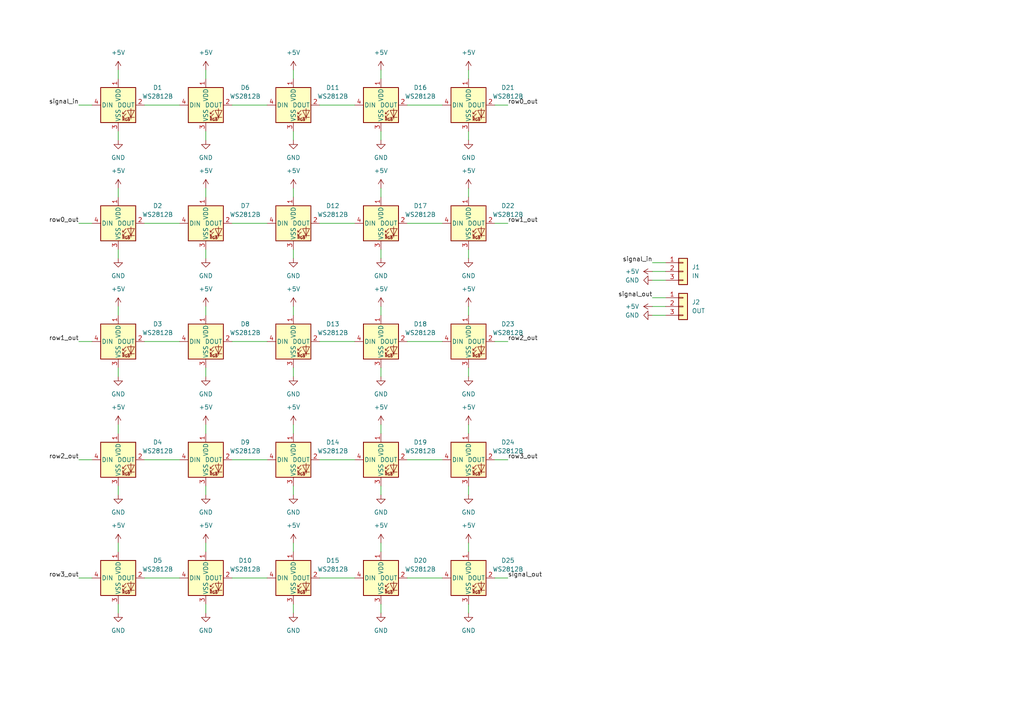
<source format=kicad_sch>
(kicad_sch (version 20211123) (generator eeschema)
  (paper "A4")
  (title_block (title "LED Matrix 5cmx5cm") (date "2022-04-08") (rev "A") (comment 1 "Author: Natesh Narain"))
  (lib_symbols
    (symbol "Connector_Generic:Conn_01x03" (pin_names (offset 1.016) hide)
      (property "Reference" "J" (at 0 5.08 0))
      (property "Value" "Conn_01x03" (at 0 -5.08 0))
      (symbol "Conn_01x03_1_1"
        (rectangle (start -1.27 -2.413) (end 0 -2.667) (stroke (width 0.1524)))
        (rectangle (start -1.27 0.127) (end 0 -0.127) (stroke (width 0.1524)))
        (rectangle (start -1.27 2.667) (end 0 2.413) (stroke (width 0.1524)))
        (rectangle (start -1.27 3.81) (end 1.27 -3.81) (stroke (width 0.254)) (fill (type background)))
        (pin passive line (at -5.08 2.54 0) (length 3.81) (name "Pin_1") (number "1"))
        (pin passive line (at -5.08 0 0) (length 3.81) (name "Pin_2") (number "2"))
        (pin passive line (at -5.08 -2.54 0) (length 3.81) (name "Pin_3") (number "3"))
      )
    )
    (symbol "LED:WS2812B" (pin_names (offset 0.254))
      (property "Reference" "D" (at 5.08 5.715 0))
      (property "Value" "WS2812B" (at 1.27 -5.715 0))
      (symbol "WS2812B_0_0"
        (text "RGB" (at 2.286 -4.191 0) (effects (font (size 0.762 0.762))))
      )
      (symbol "WS2812B_0_1"
        (polyline (pts (xy 1.27 -3.556) (xy 1.778 -3.556)))
        (polyline (pts (xy 1.27 -2.54) (xy 1.778 -2.54)))
        (polyline (pts (xy 4.699 -3.556) (xy 2.667 -3.556)))
        (polyline (pts (xy 2.286 -2.54) (xy 1.27 -3.556) (xy 1.27 -3.048)))
        (polyline (pts (xy 2.286 -1.524) (xy 1.27 -2.54) (xy 1.27 -2.032)))
        (polyline (pts (xy 3.683 -1.016) (xy 3.683 -3.556) (xy 3.683 -4.064)))
        (polyline (pts (xy 4.699 -1.524) (xy 2.667 -1.524) (xy 3.683 -3.556) (xy 4.699 -1.524)))
        (rectangle (start 5.08 5.08) (end -5.08 -5.08) (stroke (width 0.254)) (fill (type background)))
      )
      (symbol "WS2812B_1_1"
        (pin power_in line (at 0 7.62 270) (length 2.54) (name "VDD") (number "1"))
        (pin output line (at 7.62 0 180) (length 2.54) (name "DOUT") (number "2"))
        (pin power_in line (at 0 -7.62 90) (length 2.54) (name "VSS") (number "3"))
        (pin input line (at -7.62 0 0) (length 2.54) (name "DIN") (number "4"))
      )
    )
    (symbol "power:+5V" (power) (pin_names (offset 0))
      (property "Value" "+5V" (at 0 3.556 0))
      (symbol "+5V_0_1"
        (polyline (pts (xy -0.762 1.27) (xy 0 2.54)))
        (polyline (pts (xy 0 0) (xy 0 2.54)))
        (polyline (pts (xy 0 2.54) (xy 0.762 1.27)))
      )
      (symbol "+5V_1_1"
        (pin power_in line (at 0 0 90) (length 0) hide (name "+5V") (number "1"))
      )
    )
    (symbol "power:GND" (power) (pin_names (offset 0))
      (property "Value" "GND" (at 0 -3.81 0))
      (symbol "GND_0_1"
        (polyline (pts (xy 0 0) (xy 0 -1.27) (xy 1.27 -1.27) (xy 0 -2.54) (xy -1.27 -1.27) (xy 0 -1.27)))
      )
      (symbol "GND_1_1"
        (pin power_in line (at 0 0 270) (length 0) hide (name "GND") (number "1"))
      )
    )
  )
  (wire (pts (xy 135.89 88.9) (xy 135.89 91.44)))
  (wire (pts (xy 34.29 140.97) (xy 34.29 143.51)))
  (wire (pts (xy 135.89 175.26) (xy 135.89 177.8)))
  (wire (pts (xy 41.91 30.48) (xy 52.07 30.48)))
  (wire (pts (xy 92.71 133.35) (xy 102.87 133.35)))
  (wire (pts (xy 67.31 99.06) (xy 77.47 99.06)))
  (wire (pts (xy 110.49 140.97) (xy 110.49 143.51)))
  (wire (pts (xy 22.86 167.64) (xy 26.67 167.64)))
  (wire (pts (xy 85.09 54.61) (xy 85.09 57.15)))
  (wire (pts (xy 110.49 175.26) (xy 110.49 177.8)))
  (wire (pts (xy 59.69 72.39) (xy 59.69 74.93)))
  (wire (pts (xy 189.23 76.2) (xy 193.04 76.2)))
  (wire (pts (xy 110.49 106.68) (xy 110.49 109.22)))
  (wire (pts (xy 34.29 88.9) (xy 34.29 91.44)))
  (wire (pts (xy 143.51 167.64) (xy 147.32 167.64)))
  (wire (pts (xy 118.11 64.77) (xy 128.27 64.77)))
  (wire (pts (xy 67.31 133.35) (xy 77.47 133.35)))
  (wire (pts (xy 118.11 30.48) (xy 128.27 30.48)))
  (wire (pts (xy 189.23 86.36) (xy 193.04 86.36)))
  (wire (pts (xy 22.86 64.77) (xy 26.67 64.77)))
  (wire (pts (xy 59.69 38.1) (xy 59.69 40.64)))
  (wire (pts (xy 41.91 167.64) (xy 52.07 167.64)))
  (wire (pts (xy 34.29 72.39) (xy 34.29 74.93)))
  (wire (pts (xy 135.89 20.32) (xy 135.89 22.86)))
  (wire (pts (xy 189.23 78.74) (xy 193.04 78.74)))
  (wire (pts (xy 189.23 88.9) (xy 193.04 88.9)))
  (wire (pts (xy 135.89 72.39) (xy 135.89 74.93)))
  (wire (pts (xy 110.49 54.61) (xy 110.49 57.15)))
  (wire (pts (xy 143.51 133.35) (xy 147.32 133.35)))
  (wire (pts (xy 85.09 123.19) (xy 85.09 125.73)))
  (wire (pts (xy 67.31 64.77) (xy 77.47 64.77)))
  (wire (pts (xy 85.09 72.39) (xy 85.09 74.93)))
  (wire (pts (xy 135.89 140.97) (xy 135.89 143.51)))
  (wire (pts (xy 110.49 123.19) (xy 110.49 125.73)))
  (wire (pts (xy 85.09 106.68) (xy 85.09 109.22)))
  (wire (pts (xy 85.09 157.48) (xy 85.09 160.02)))
  (wire (pts (xy 34.29 38.1) (xy 34.29 40.64)))
  (wire (pts (xy 189.23 91.44) (xy 193.04 91.44)))
  (wire (pts (xy 110.49 20.32) (xy 110.49 22.86)))
  (wire (pts (xy 135.89 106.68) (xy 135.89 109.22)))
  (wire (pts (xy 85.09 175.26) (xy 85.09 177.8)))
  (wire (pts (xy 110.49 88.9) (xy 110.49 91.44)))
  (wire (pts (xy 41.91 133.35) (xy 52.07 133.35)))
  (wire (pts (xy 118.11 167.64) (xy 128.27 167.64)))
  (wire (pts (xy 22.86 30.48) (xy 26.67 30.48)))
  (wire (pts (xy 59.69 88.9) (xy 59.69 91.44)))
  (wire (pts (xy 59.69 123.19) (xy 59.69 125.73)))
  (wire (pts (xy 110.49 157.48) (xy 110.49 160.02)))
  (wire (pts (xy 67.31 167.64) (xy 77.47 167.64)))
  (wire (pts (xy 67.31 30.48) (xy 77.47 30.48)))
  (wire (pts (xy 143.51 64.77) (xy 147.32 64.77)))
  (wire (pts (xy 41.91 64.77) (xy 52.07 64.77)))
  (wire (pts (xy 59.69 140.97) (xy 59.69 143.51)))
  (wire (pts (xy 34.29 106.68) (xy 34.29 109.22)))
  (wire (pts (xy 85.09 88.9) (xy 85.09 91.44)))
  (wire (pts (xy 135.89 38.1) (xy 135.89 40.64)))
  (wire (pts (xy 135.89 123.19) (xy 135.89 125.73)))
  (wire (pts (xy 85.09 140.97) (xy 85.09 143.51)))
  (wire (pts (xy 143.51 99.06) (xy 147.32 99.06)))
  (wire (pts (xy 143.51 30.48) (xy 147.32 30.48)))
  (wire (pts (xy 59.69 175.26) (xy 59.69 177.8)))
  (wire (pts (xy 92.71 167.64) (xy 102.87 167.64)))
  (wire (pts (xy 118.11 133.35) (xy 128.27 133.35)))
  (wire (pts (xy 110.49 38.1) (xy 110.49 40.64)))
  (wire (pts (xy 92.71 30.48) (xy 102.87 30.48)))
  (wire (pts (xy 118.11 99.06) (xy 128.27 99.06)))
  (wire (pts (xy 22.86 133.35) (xy 26.67 133.35)))
  (wire (pts (xy 59.69 20.32) (xy 59.69 22.86)))
  (wire (pts (xy 92.71 64.77) (xy 102.87 64.77)))
  (wire (pts (xy 34.29 54.61) (xy 34.29 57.15)))
  (wire (pts (xy 85.09 38.1) (xy 85.09 40.64)))
  (wire (pts (xy 110.49 72.39) (xy 110.49 74.93)))
  (wire (pts (xy 59.69 157.48) (xy 59.69 160.02)))
  (wire (pts (xy 34.29 157.48) (xy 34.29 160.02)))
  (wire (pts (xy 41.91 99.06) (xy 52.07 99.06)))
  (wire (pts (xy 189.23 81.28) (xy 193.04 81.28)))
  (wire (pts (xy 135.89 157.48) (xy 135.89 160.02)))
  (wire (pts (xy 92.71 99.06) (xy 102.87 99.06)))
  (wire (pts (xy 22.86 99.06) (xy 26.67 99.06)))
  (wire (pts (xy 34.29 123.19) (xy 34.29 125.73)))
  (wire (pts (xy 85.09 20.32) (xy 85.09 22.86)))
  (wire (pts (xy 34.29 175.26) (xy 34.29 177.8)))
  (wire (pts (xy 59.69 106.68) (xy 59.69 109.22)))
  (wire (pts (xy 135.89 54.61) (xy 135.89 57.15)))
  (wire (pts (xy 34.29 20.32) (xy 34.29 22.86)))
  (wire (pts (xy 59.69 54.61) (xy 59.69 57.15)))
  (label "row0_out" (at 147.32 30.48 0))
  (label "signal_out" (at 147.32 167.64 0))
  (label "row0_out" (at 22.86 64.77 180))
  (label "row2_out" (at 147.32 99.06 0))
  (label "signal_in" (at 189.23 76.2 180))
  (label "row1_out" (at 22.86 99.06 180))
  (label "signal_in" (at 22.86 30.48 180))
  (label "row3_out" (at 22.86 167.64 180))
  (label "row3_out" (at 147.32 133.35 0))
  (label "signal_out" (at 189.23 86.36 180))
  (label "row2_out" (at 22.86 133.35 180))
  (label "row1_out" (at 147.32 64.77 0))
  (symbol (lib_id "power:GND") (at 59.69 177.8 0) (unit 1)
    (property "Reference" "#PWR0146" (effects hide))
    (property "Value" "GND" (at 59.69 182.88 0))
  )
  (symbol (lib_id "LED:WS2812B") (at 34.29 133.35 0) (unit 1)
    (property "Reference" "D4" (at 45.72 128.27 0))
    (property "Value" "WS2812B" (at 45.72 130.81 0))
    (property "Footprint" "LED_SMD:LED_WS2812B_PLCC4_5.0x5.0mm_P3.2mm" (effects hide))
    (property "Datasheet" "https://cdn-shop.adafruit.com/datasheets/WS2812B.pdf" (effects hide))
    (property "LCSC" "C2761795" (effects hide))
  )
  (symbol (lib_id "power:+5V") (at 110.49 157.48 0) (unit 1)
    (property "Reference" "#PWR0138" (effects hide))
    (property "Value" "+5V" (at 110.49 152.4 0))
  )
  (symbol (lib_id "LED:WS2812B") (at 85.09 64.77 0) (unit 1)
    (property "Reference" "D12" (at 96.52 59.69 0))
    (property "Value" "WS2812B" (at 96.52 62.23 0))
    (property "Footprint" "LED_SMD:LED_WS2812B_PLCC4_5.0x5.0mm_P3.2mm" (effects hide))
    (property "Datasheet" "https://cdn-shop.adafruit.com/datasheets/WS2812B.pdf" (effects hide))
    (property "LCSC" "C2761795" (effects hide))
  )
  (symbol (lib_id "power:+5V") (at 34.29 54.61 0) (unit 1)
    (property "Reference" "#PWR0114" (effects hide))
    (property "Value" "+5V" (at 34.29 49.53 0))
  )
  (symbol (lib_id "LED:WS2812B") (at 59.69 30.48 0) (unit 1)
    (property "Reference" "D6" (at 71.12 25.4 0))
    (property "Value" "WS2812B" (at 71.12 27.94 0))
    (property "Footprint" "LED_SMD:LED_WS2812B_PLCC4_5.0x5.0mm_P3.2mm" (effects hide))
    (property "Datasheet" "https://cdn-shop.adafruit.com/datasheets/WS2812B.pdf" (effects hide))
    (property "LCSC" "C2761795" (effects hide))
  )
  (symbol (lib_id "power:GND") (at 189.23 81.28 270) (unit 1)
    (property "Reference" "#PWR02" (effects hide))
    (property "Value" "GND" (at 185.42 81.2799 90) (effects (justify right)))
  )
  (symbol (lib_id "power:+5V") (at 189.23 78.74 90) (unit 1)
    (property "Reference" "#PWR01" (effects hide))
    (property "Value" "+5V" (at 185.42 78.7399 90) (effects (justify left)))
  )
  (symbol (lib_id "power:+5V") (at 135.89 123.19 0) (unit 1)
    (property "Reference" "#PWR0134" (effects hide))
    (property "Value" "+5V" (at 135.89 118.11 0))
  )
  (symbol (lib_id "power:GND") (at 110.49 109.22 0) (unit 1)
    (property "Reference" "#PWR0130" (effects hide))
    (property "Value" "GND" (at 110.49 114.3 0))
  )
  (symbol (lib_id "LED:WS2812B") (at 110.49 133.35 0) (unit 1)
    (property "Reference" "D19" (at 121.92 128.27 0))
    (property "Value" "WS2812B" (at 121.92 130.81 0))
    (property "Footprint" "LED_SMD:LED_WS2812B_PLCC4_5.0x5.0mm_P3.2mm" (effects hide))
    (property "Datasheet" "https://cdn-shop.adafruit.com/datasheets/WS2812B.pdf" (effects hide))
    (property "LCSC" "C2761795" (effects hide))
  )
  (symbol (lib_id "power:GND") (at 135.89 74.93 0) (unit 1)
    (property "Reference" "#PWR0106" (effects hide))
    (property "Value" "GND" (at 135.89 80.01 0))
  )
  (symbol (lib_id "power:+5V") (at 110.49 123.19 0) (unit 1)
    (property "Reference" "#PWR0131" (effects hide))
    (property "Value" "+5V" (at 110.49 118.11 0))
  )
  (symbol (lib_id "power:+5V") (at 110.49 54.61 0) (unit 1)
    (property "Reference" "#PWR0126" (effects hide))
    (property "Value" "+5V" (at 110.49 49.53 0))
  )
  (symbol (lib_id "LED:WS2812B") (at 85.09 167.64 0) (unit 1)
    (property "Reference" "D15" (at 96.52 162.56 0))
    (property "Value" "WS2812B" (at 96.52 165.1 0))
    (property "Footprint" "LED_SMD:LED_WS2812B_PLCC4_5.0x5.0mm_P3.2mm" (effects hide))
    (property "Datasheet" "https://cdn-shop.adafruit.com/datasheets/WS2812B.pdf" (effects hide))
    (property "LCSC" "C2761795" (effects hide))
  )
  (symbol (lib_id "power:+5V") (at 110.49 20.32 0) (unit 1)
    (property "Reference" "#PWR0124" (effects hide))
    (property "Value" "+5V" (at 110.49 15.24 0))
  )
  (symbol (lib_id "power:GND") (at 34.29 40.64 0) (unit 1)
    (property "Reference" "#PWR0115" (effects hide))
    (property "Value" "GND" (at 34.29 45.72 0))
  )
  (symbol (lib_id "power:GND") (at 110.49 143.51 0) (unit 1)
    (property "Reference" "#PWR0136" (effects hide))
    (property "Value" "GND" (at 110.49 148.59 0))
  )
  (symbol (lib_id "power:GND") (at 85.09 109.22 0) (unit 1)
    (property "Reference" "#PWR0144" (effects hide))
    (property "Value" "GND" (at 85.09 114.3 0))
  )
  (symbol (lib_id "power:GND") (at 85.09 40.64 0) (unit 1)
    (property "Reference" "#PWR0127" (effects hide))
    (property "Value" "GND" (at 85.09 45.72 0))
  )
  (symbol (lib_id "LED:WS2812B") (at 59.69 167.64 0) (unit 1)
    (property "Reference" "D10" (at 71.12 162.56 0))
    (property "Value" "WS2812B" (at 71.12 165.1 0))
    (property "Footprint" "LED_SMD:LED_WS2812B_PLCC4_5.0x5.0mm_P3.2mm" (effects hide))
    (property "Datasheet" "https://cdn-shop.adafruit.com/datasheets/WS2812B.pdf" (effects hide))
    (property "LCSC" "C2761795" (effects hide))
  )
  (symbol (lib_id "power:GND") (at 85.09 177.8 0) (unit 1)
    (property "Reference" "#PWR0139" (effects hide))
    (property "Value" "GND" (at 85.09 182.88 0))
  )
  (symbol (lib_id "power:GND") (at 135.89 177.8 0) (unit 1)
    (property "Reference" "#PWR0133" (effects hide))
    (property "Value" "GND" (at 135.89 182.88 0))
  )
  (symbol (lib_id "power:+5V") (at 59.69 20.32 0) (unit 1)
    (property "Reference" "#PWR0129" (effects hide))
    (property "Value" "+5V" (at 59.69 15.24 0))
  )
  (symbol (lib_id "LED:WS2812B") (at 110.49 64.77 0) (unit 1)
    (property "Reference" "D17" (at 121.92 59.69 0))
    (property "Value" "WS2812B" (at 121.92 62.23 0))
    (property "Footprint" "LED_SMD:LED_WS2812B_PLCC4_5.0x5.0mm_P3.2mm" (effects hide))
    (property "Datasheet" "https://cdn-shop.adafruit.com/datasheets/WS2812B.pdf" (effects hide))
    (property "LCSC" "C2761795" (effects hide))
  )
  (symbol (lib_id "LED:WS2812B") (at 85.09 133.35 0) (unit 1)
    (property "Reference" "D14" (at 96.52 128.27 0))
    (property "Value" "WS2812B" (at 96.52 130.81 0))
    (property "Footprint" "LED_SMD:LED_WS2812B_PLCC4_5.0x5.0mm_P3.2mm" (effects hide))
    (property "Datasheet" "https://cdn-shop.adafruit.com/datasheets/WS2812B.pdf" (effects hide))
    (property "LCSC" "C2761795" (effects hide))
  )
  (symbol (lib_id "LED:WS2812B") (at 85.09 99.06 0) (unit 1)
    (property "Reference" "D13" (at 96.52 93.98 0))
    (property "Value" "WS2812B" (at 96.52 96.52 0))
    (property "Footprint" "LED_SMD:LED_WS2812B_PLCC4_5.0x5.0mm_P3.2mm" (effects hide))
    (property "Datasheet" "https://cdn-shop.adafruit.com/datasheets/WS2812B.pdf" (effects hide))
    (property "LCSC" "C2761795" (effects hide))
  )
  (symbol (lib_id "power:GND") (at 59.69 74.93 0) (unit 1)
    (property "Reference" "#PWR0123" (effects hide))
    (property "Value" "GND" (at 59.69 80.01 0))
  )
  (symbol (lib_id "power:+5V") (at 189.23 88.9 90) (unit 1)
    (property "Reference" "#PWR03" (effects hide))
    (property "Value" "+5V" (at 185.42 88.8999 90) (effects (justify left)))
  )
  (symbol (lib_id "LED:WS2812B") (at 34.29 167.64 0) (unit 1)
    (property "Reference" "D5" (at 45.72 162.56 0))
    (property "Value" "WS2812B" (at 45.72 165.1 0))
    (property "Footprint" "LED_SMD:LED_WS2812B_PLCC4_5.0x5.0mm_P3.2mm" (effects hide))
    (property "Datasheet" "https://cdn-shop.adafruit.com/datasheets/WS2812B.pdf" (effects hide))
    (property "LCSC" "C2761795" (effects hide))
  )
  (symbol (lib_id "LED:WS2812B") (at 110.49 99.06 0) (unit 1)
    (property "Reference" "D18" (at 121.92 93.98 0))
    (property "Value" "WS2812B" (at 121.92 96.52 0))
    (property "Footprint" "LED_SMD:LED_WS2812B_PLCC4_5.0x5.0mm_P3.2mm" (effects hide))
    (property "Datasheet" "https://cdn-shop.adafruit.com/datasheets/WS2812B.pdf" (effects hide))
    (property "LCSC" "C2761795" (effects hide))
  )
  (symbol (lib_id "LED:WS2812B") (at 135.89 64.77 0) (unit 1)
    (property "Reference" "D22" (at 147.32 59.69 0))
    (property "Value" "WS2812B" (at 147.32 62.23 0))
    (property "Footprint" "LED_SMD:LED_WS2812B_PLCC4_5.0x5.0mm_P3.2mm" (effects hide))
    (property "Datasheet" "https://cdn-shop.adafruit.com/datasheets/WS2812B.pdf" (effects hide))
    (property "LCSC" "C2761795" (effects hide))
  )
  (symbol (lib_id "LED:WS2812B") (at 110.49 167.64 0) (unit 1)
    (property "Reference" "D20" (at 121.92 162.56 0))
    (property "Value" "WS2812B" (at 121.92 165.1 0))
    (property "Footprint" "LED_SMD:LED_WS2812B_PLCC4_5.0x5.0mm_P3.2mm" (effects hide))
    (property "Datasheet" "https://cdn-shop.adafruit.com/datasheets/WS2812B.pdf" (effects hide))
    (property "LCSC" "C2761795" (effects hide))
  )
  (symbol (lib_id "Connector_Generic:Conn_01x03") (at 198.12 88.9 0) (unit 1)
    (property "Reference" "J2" (at 200.66 87.6299 0) (effects (justify left)))
    (property "Value" "OUT" (at 200.66 90.1699 0) (effects (justify left)))
    (property "Footprint" "matrix:MatrixConn" (effects hide))
  )
  (symbol (lib_id "power:GND") (at 59.69 143.51 0) (unit 1)
    (property "Reference" "#PWR0145" (effects hide))
    (property "Value" "GND" (at 59.69 148.59 0))
  )
  (symbol (lib_id "power:+5V") (at 59.69 157.48 0) (unit 1)
    (property "Reference" "#PWR0147" (effects hide))
    (property "Value" "+5V" (at 59.69 152.4 0))
  )
  (symbol (lib_id "LED:WS2812B") (at 135.89 167.64 0) (unit 1)
    (property "Reference" "D25" (at 147.32 162.56 0))
    (property "Value" "WS2812B" (at 147.32 165.1 0))
    (property "Footprint" "LED_SMD:LED_WS2812B_PLCC4_5.0x5.0mm_P3.2mm" (effects hide))
    (property "Datasheet" "https://cdn-shop.adafruit.com/datasheets/WS2812B.pdf" (effects hide))
    (property "LCSC" "C2761795" (effects hide))
  )
  (symbol (lib_id "power:+5V") (at 59.69 123.19 0) (unit 1)
    (property "Reference" "#PWR0153" (effects hide))
    (property "Value" "+5V" (at 59.69 118.11 0))
  )
  (symbol (lib_id "power:+5V") (at 135.89 54.61 0) (unit 1)
    (property "Reference" "#PWR0105" (effects hide))
    (property "Value" "+5V" (at 135.89 49.53 0))
  )
  (symbol (lib_id "power:+5V") (at 85.09 123.19 0) (unit 1)
    (property "Reference" "#PWR0143" (effects hide))
    (property "Value" "+5V" (at 85.09 118.11 0))
  )
  (symbol (lib_id "power:+5V") (at 34.29 20.32 0) (unit 1)
    (property "Reference" "#PWR0119" (effects hide))
    (property "Value" "+5V" (at 34.29 15.24 0))
  )
  (symbol (lib_id "power:GND") (at 110.49 40.64 0) (unit 1)
    (property "Reference" "#PWR0112" (effects hide))
    (property "Value" "GND" (at 110.49 45.72 0))
  )
  (symbol (lib_id "power:GND") (at 85.09 143.51 0) (unit 1)
    (property "Reference" "#PWR0142" (effects hide))
    (property "Value" "GND" (at 85.09 148.59 0))
  )
  (symbol (lib_id "power:+5V") (at 59.69 54.61 0) (unit 1)
    (property "Reference" "#PWR0113" (effects hide))
    (property "Value" "+5V" (at 59.69 49.53 0))
  )
  (symbol (lib_id "LED:WS2812B") (at 34.29 64.77 0) (unit 1)
    (property "Reference" "D2" (at 45.72 59.69 0))
    (property "Value" "WS2812B" (at 45.72 62.23 0))
    (property "Footprint" "LED_SMD:LED_WS2812B_PLCC4_5.0x5.0mm_P3.2mm" (effects hide))
    (property "Datasheet" "https://cdn-shop.adafruit.com/datasheets/WS2812B.pdf" (effects hide))
    (property "LCSC" "C2761795" (effects hide))
  )
  (symbol (lib_id "power:+5V") (at 85.09 20.32 0) (unit 1)
    (property "Reference" "#PWR0125" (effects hide))
    (property "Value" "+5V" (at 85.09 15.24 0))
  )
  (symbol (lib_id "power:+5V") (at 85.09 88.9 0) (unit 1)
    (property "Reference" "#PWR0120" (effects hide))
    (property "Value" "+5V" (at 85.09 83.82 0))
  )
  (symbol (lib_id "power:GND") (at 85.09 74.93 0) (unit 1)
    (property "Reference" "#PWR0122" (effects hide))
    (property "Value" "GND" (at 85.09 80.01 0))
  )
  (symbol (lib_id "power:GND") (at 59.69 40.64 0) (unit 1)
    (property "Reference" "#PWR0116" (effects hide))
    (property "Value" "GND" (at 59.69 45.72 0))
  )
  (symbol (lib_id "LED:WS2812B") (at 85.09 30.48 0) (unit 1)
    (property "Reference" "D11" (at 96.52 25.4 0))
    (property "Value" "WS2812B" (at 96.52 27.94 0))
    (property "Footprint" "LED_SMD:LED_WS2812B_PLCC4_5.0x5.0mm_P3.2mm" (effects hide))
    (property "Datasheet" "https://cdn-shop.adafruit.com/datasheets/WS2812B.pdf" (effects hide))
    (property "LCSC" "C2761795" (effects hide))
  )
  (symbol (lib_id "power:GND") (at 189.23 91.44 270) (unit 1)
    (property "Reference" "#PWR04" (effects hide))
    (property "Value" "GND" (at 185.42 91.4399 90) (effects (justify right)))
  )
  (symbol (lib_id "LED:WS2812B") (at 135.89 99.06 0) (unit 1)
    (property "Reference" "D23" (at 147.32 93.98 0))
    (property "Value" "WS2812B" (at 147.32 96.52 0))
    (property "Footprint" "LED_SMD:LED_WS2812B_PLCC4_5.0x5.0mm_P3.2mm" (effects hide))
    (property "Datasheet" "https://cdn-shop.adafruit.com/datasheets/WS2812B.pdf" (effects hide))
    (property "LCSC" "C2761795" (effects hide))
  )
  (symbol (lib_id "power:+5V") (at 34.29 88.9 0) (unit 1)
    (property "Reference" "#PWR0118" (effects hide))
    (property "Value" "+5V" (at 34.29 83.82 0))
  )
  (symbol (lib_id "power:GND") (at 135.89 40.64 0) (unit 1)
    (property "Reference" "#PWR0104" (effects hide))
    (property "Value" "GND" (at 135.89 45.72 0))
  )
  (symbol (lib_id "power:GND") (at 135.89 109.22 0) (unit 1)
    (property "Reference" "#PWR0135" (effects hide))
    (property "Value" "GND" (at 135.89 114.3 0))
  )
  (symbol (lib_id "LED:WS2812B") (at 59.69 99.06 0) (unit 1)
    (property "Reference" "D8" (at 71.12 93.98 0))
    (property "Value" "WS2812B" (at 71.12 96.52 0))
    (property "Footprint" "LED_SMD:LED_WS2812B_PLCC4_5.0x5.0mm_P3.2mm" (effects hide))
    (property "Datasheet" "https://cdn-shop.adafruit.com/datasheets/WS2812B.pdf" (effects hide))
    (property "LCSC" "C2761795" (effects hide))
  )
  (symbol (lib_id "power:GND") (at 110.49 177.8 0) (unit 1)
    (property "Reference" "#PWR0132" (effects hide))
    (property "Value" "GND" (at 110.49 182.88 0))
  )
  (symbol (lib_id "power:GND") (at 34.29 143.51 0) (unit 1)
    (property "Reference" "#PWR0149" (effects hide))
    (property "Value" "GND" (at 34.29 148.59 0))
  )
  (symbol (lib_id "power:GND") (at 110.49 74.93 0) (unit 1)
    (property "Reference" "#PWR0102" (effects hide))
    (property "Value" "GND" (at 110.49 80.01 0))
  )
  (symbol (lib_id "LED:WS2812B") (at 34.29 30.48 0) (unit 1)
    (property "Reference" "D1" (at 45.72 25.4 0))
    (property "Value" "WS2812B" (at 45.72 27.94 0))
    (property "Footprint" "LED_SMD:LED_WS2812B_PLCC4_5.0x5.0mm_P3.2mm" (effects hide))
    (property "Datasheet" "https://cdn-shop.adafruit.com/datasheets/WS2812B.pdf" (effects hide))
    (property "LCSC" "C2761795" (effects hide))
  )
  (symbol (lib_id "power:GND") (at 34.29 177.8 0) (unit 1)
    (property "Reference" "#PWR0150" (effects hide))
    (property "Value" "GND" (at 34.29 182.88 0))
  )
  (symbol (lib_id "LED:WS2812B") (at 59.69 133.35 0) (unit 1)
    (property "Reference" "D9" (at 71.12 128.27 0))
    (property "Value" "WS2812B" (at 71.12 130.81 0))
    (property "Footprint" "LED_SMD:LED_WS2812B_PLCC4_5.0x5.0mm_P3.2mm" (effects hide))
    (property "Datasheet" "https://cdn-shop.adafruit.com/datasheets/WS2812B.pdf" (effects hide))
    (property "LCSC" "C2761795" (effects hide))
  )
  (symbol (lib_id "power:+5V") (at 34.29 157.48 0) (unit 1)
    (property "Reference" "#PWR0148" (effects hide))
    (property "Value" "+5V" (at 34.29 152.4 0))
  )
  (symbol (lib_id "power:+5V") (at 110.49 88.9 0) (unit 1)
    (property "Reference" "#PWR0103" (effects hide))
    (property "Value" "+5V" (at 110.49 83.82 0))
  )
  (symbol (lib_id "power:+5V") (at 34.29 123.19 0) (unit 1)
    (property "Reference" "#PWR0152" (effects hide))
    (property "Value" "+5V" (at 34.29 118.11 0))
  )
  (symbol (lib_id "power:+5V") (at 85.09 157.48 0) (unit 1)
    (property "Reference" "#PWR0137" (effects hide))
    (property "Value" "+5V" (at 85.09 152.4 0))
  )
  (symbol (lib_id "power:GND") (at 34.29 74.93 0) (unit 1)
    (property "Reference" "#PWR0117" (effects hide))
    (property "Value" "GND" (at 34.29 80.01 0))
  )
  (symbol (lib_id "LED:WS2812B") (at 135.89 30.48 0) (unit 1)
    (property "Reference" "D21" (at 147.32 25.4 0))
    (property "Value" "WS2812B" (at 147.32 27.94 0))
    (property "Footprint" "LED_SMD:LED_WS2812B_PLCC4_5.0x5.0mm_P3.2mm" (effects hide))
    (property "Datasheet" "https://cdn-shop.adafruit.com/datasheets/WS2812B.pdf" (effects hide))
    (property "LCSC" "C2761795" (effects hide))
  )
  (symbol (lib_id "Connector_Generic:Conn_01x03") (at 198.12 78.74 0) (unit 1)
    (property "Reference" "J1" (at 200.66 77.4699 0) (effects (justify left)))
    (property "Value" "IN" (at 200.66 80.0099 0) (effects (justify left)))
    (property "Footprint" "matrix:MatrixConn" (effects hide))
  )
  (symbol (lib_id "power:+5V") (at 135.89 157.48 0) (unit 1)
    (property "Reference" "#PWR0141" (effects hide))
    (property "Value" "+5V" (at 135.89 152.4 0))
  )
  (symbol (lib_id "power:+5V") (at 135.89 20.32 0) (unit 1)
    (property "Reference" "#PWR0107" (effects hide))
    (property "Value" "+5V" (at 135.89 15.24 0))
  )
  (symbol (lib_id "LED:WS2812B") (at 110.49 30.48 0) (unit 1)
    (property "Reference" "D16" (at 121.92 25.4 0))
    (property "Value" "WS2812B" (at 121.92 27.94 0))
    (property "Footprint" "LED_SMD:LED_WS2812B_PLCC4_5.0x5.0mm_P3.2mm" (effects hide))
    (property "Datasheet" "https://cdn-shop.adafruit.com/datasheets/WS2812B.pdf" (effects hide))
    (property "LCSC" "C2761795" (effects hide))
  )
  (symbol (lib_id "power:GND") (at 135.89 143.51 0) (unit 1)
    (property "Reference" "#PWR0140" (effects hide))
    (property "Value" "GND" (at 135.89 148.59 0))
  )
  (symbol (lib_id "LED:WS2812B") (at 135.89 133.35 0) (unit 1)
    (property "Reference" "D24" (at 147.32 128.27 0))
    (property "Value" "WS2812B" (at 147.32 130.81 0))
    (property "Footprint" "LED_SMD:LED_WS2812B_PLCC4_5.0x5.0mm_P3.2mm" (effects hide))
    (property "Datasheet" "https://cdn-shop.adafruit.com/datasheets/WS2812B.pdf" (effects hide))
    (property "LCSC" "C2761795" (effects hide))
  )
  (symbol (lib_id "power:+5V") (at 85.09 54.61 0) (unit 1)
    (property "Reference" "#PWR0128" (effects hide))
    (property "Value" "+5V" (at 85.09 49.53 0))
  )
  (symbol (lib_id "power:GND") (at 34.29 109.22 0) (unit 1)
    (property "Reference" "#PWR0151" (effects hide))
    (property "Value" "GND" (at 34.29 114.3 0))
  )
  (symbol (lib_id "LED:WS2812B") (at 34.29 99.06 0) (unit 1)
    (property "Reference" "D3" (at 45.72 93.98 0))
    (property "Value" "WS2812B" (at 45.72 96.52 0))
    (property "Footprint" "LED_SMD:LED_WS2812B_PLCC4_5.0x5.0mm_P3.2mm" (effects hide))
    (property "Datasheet" "https://cdn-shop.adafruit.com/datasheets/WS2812B.pdf" (effects hide))
    (property "LCSC" "C2761795" (effects hide))
  )
  (symbol (lib_id "power:+5V") (at 59.69 88.9 0) (unit 1)
    (property "Reference" "#PWR0121" (effects hide))
    (property "Value" "+5V" (at 59.69 83.82 0))
  )
  (symbol (lib_id "power:+5V") (at 135.89 88.9 0) (unit 1)
    (property "Reference" "#PWR0101" (effects hide))
    (property "Value" "+5V" (at 135.89 83.82 0))
  )
  (symbol (lib_id "power:GND") (at 59.69 109.22 0) (unit 1)
    (property "Reference" "#PWR0154" (effects hide))
    (property "Value" "GND" (at 59.69 114.3 0))
  )
  (symbol (lib_id "LED:WS2812B") (at 59.69 64.77 0) (unit 1)
    (property "Reference" "D7" (at 71.12 59.69 0))
    (property "Value" "WS2812B" (at 71.12 62.23 0))
    (property "Footprint" "LED_SMD:LED_WS2812B_PLCC4_5.0x5.0mm_P3.2mm" (effects hide))
    (property "Datasheet" "https://cdn-shop.adafruit.com/datasheets/WS2812B.pdf" (effects hide))
    (property "LCSC" "C2761795" (effects hide))
  )
)
</source>
